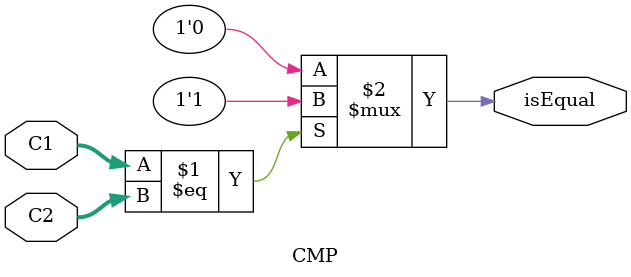
<source format=v>
module CMP(
    input [31:0] C1,
    input [31:0] C2,
    output isEqual
);

	assign isEqual  =   (C1==C2) ? 1'b1 : 
                        1'b0;
	
endmodule
</source>
